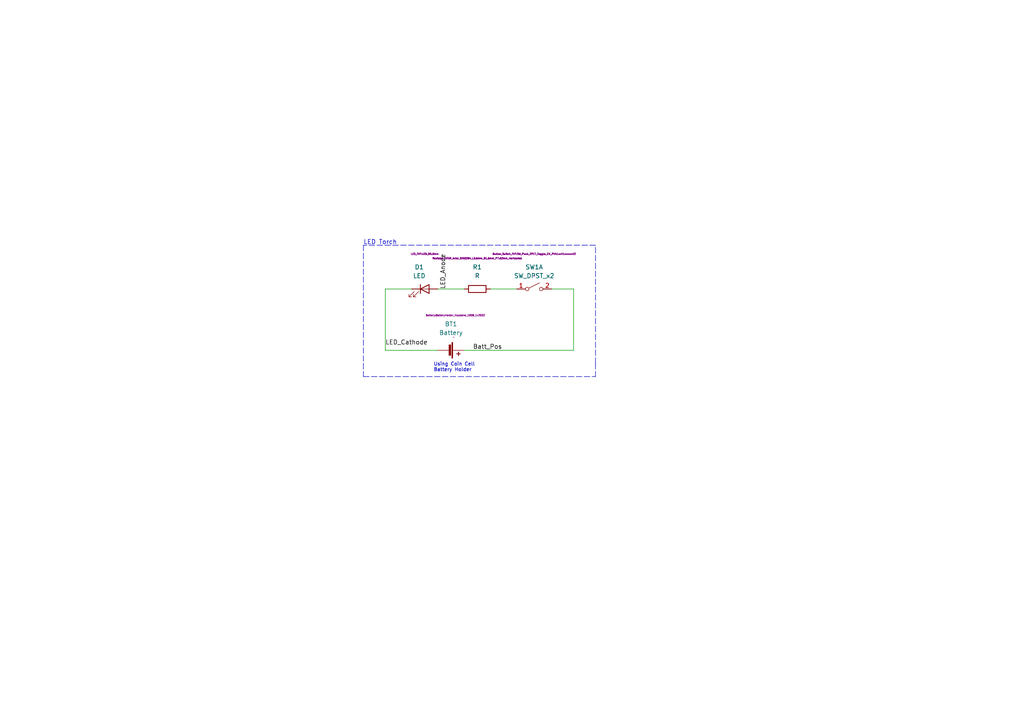
<source format=kicad_sch>
(kicad_sch (version 20211123) (generator eeschema)
  (paper "A4")
  (title_block (title "LED Torch") (date "2022-11-22") (rev "1/1") (comment 1 "Project 1 KiCad Like A Pro 3e") (comment 2 "Peter Sheldon"))
  (lib_symbols
    (symbol "Device:Battery_Cell" (pin_numbers hide) (pin_names (offset 0) hide)
      (property "Reference" "BT" (at 2.54 2.54 0))
      (property "Value" "Battery_Cell" (at 2.54 0 0))
      (symbol "Battery_Cell_0_1"
        (rectangle (start -2.286 1.778) (end 2.286 1.524) (fill (type outline)))
        (rectangle (start -1.5748 1.1938) (end 1.4732 0.6858) (fill (type outline)))
        (polyline (pts (xy 0 0.762) (xy 0 0)))
        (polyline (pts (xy 0 1.778) (xy 0 2.54)))
        (polyline (pts (xy 0.508 3.429) (xy 1.524 3.429)) (stroke (width 0.254)))
        (polyline (pts (xy 1.016 3.937) (xy 1.016 2.921)) (stroke (width 0.254)))
      )
      (symbol "Battery_Cell_1_1"
        (pin passive line (at 0 5.08 270) (length 2.54) (name "+") (number "1"))
        (pin passive line (at 0 -2.54 90) (length 2.54) (name "-") (number "2"))
      )
    )
    (symbol "Device:LED" (pin_numbers hide) (pin_names (offset 1.016) hide)
      (property "Reference" "D" (at 0 2.54 0))
      (property "Value" "LED" (at 0 -2.54 0))
      (symbol "LED_0_1"
        (polyline (pts (xy -1.27 -1.27) (xy -1.27 1.27)) (stroke (width 0.254)))
        (polyline (pts (xy -1.27 0) (xy 1.27 0)))
        (polyline (pts (xy 1.27 -1.27) (xy 1.27 1.27) (xy -1.27 0) (xy 1.27 -1.27)) (stroke (width 0.254)))
        (polyline (pts (xy -3.048 -0.762) (xy -4.572 -2.286) (xy -3.81 -2.286) (xy -4.572 -2.286) (xy -4.572 -1.524)))
        (polyline (pts (xy -1.778 -0.762) (xy -3.302 -2.286) (xy -2.54 -2.286) (xy -3.302 -2.286) (xy -3.302 -1.524)))
      )
      (symbol "LED_1_1"
        (pin passive line (at -3.81 0 0) (length 2.54) (name "K") (number "1"))
        (pin passive line (at 3.81 0 180) (length 2.54) (name "A") (number "2"))
      )
    )
    (symbol "Device:R" (pin_numbers hide) (pin_names (offset 0))
      (property "Reference" "R" (at 2.032 0 90))
      (property "Value" "R" (at 0 0 90))
      (symbol "R_0_1"
        (rectangle (start -1.016 -2.54) (end 1.016 2.54) (stroke (width 0.254)))
      )
      (symbol "R_1_1"
        (pin passive line (at 0 3.81 270) (length 1.27) (name "~") (number "1"))
        (pin passive line (at 0 -3.81 90) (length 1.27) (name "~") (number "2"))
      )
    )
    (symbol "Switch:SW_DPST_x2" (pin_names (offset 0) hide)
      (property "Reference" "SW" (at 0 3.175 0))
      (property "Value" "SW_DPST_x2" (at 0 -2.54 0))
      (symbol "SW_DPST_x2_0_0"
        (circle (center -2.032 0) (radius 0.508))
        (polyline (pts (xy -1.524 0.254) (xy 1.524 1.778)))
        (circle (center 2.032 0) (radius 0.508))
      )
      (symbol "SW_DPST_x2_1_1"
        (pin passive line (at -5.08 0 0) (length 2.54) (name "A") (number "1"))
        (pin passive line (at 5.08 0 180) (length 2.54) (name "B") (number "2"))
      )
      (symbol "SW_DPST_x2_2_1"
        (pin passive line (at -5.08 0 0) (length 2.54) (name "A") (number "3"))
        (pin passive line (at 5.08 0 180) (length 2.54) (name "B") (number "4"))
      )
    )
  )
  (polyline (pts (xy 172.72 105.41) (xy 172.72 71.12)))
  (wire (pts (xy 127 83.82) (xy 134.62 83.82)))
  (wire (pts (xy 111.76 101.6) (xy 111.76 83.82)))
  (wire (pts (xy 127 101.6) (xy 111.76 101.6)))
  (wire (pts (xy 160.02 83.82) (xy 166.37 83.82)))
  (wire (pts (xy 166.37 101.6) (xy 134.62 101.6)))
  (wire (pts (xy 142.24 83.82) (xy 149.86 83.82)))
  (polyline (pts (xy 172.72 71.12) (xy 105.41 71.12)))
  (polyline (pts (xy 172.72 105.41) (xy 172.72 109.22)))
  (wire (pts (xy 166.37 83.82) (xy 166.37 101.6)))
  (wire (pts (xy 111.76 83.82) (xy 119.38 83.82)))
  (polyline (pts (xy 105.41 105.41) (xy 105.41 109.22)))
  (polyline (pts (xy 105.41 109.22) (xy 172.72 109.22)))
  (polyline (pts (xy 105.41 71.12) (xy 105.41 105.41)))
  (text "Using Coin Cell \nBattery Holder" (at 125.73 107.95 0) (effects (font (size 1 1)) (justify left bottom)))
  (text "LED Torch" (at 105.41 71.12 0) (effects (font (size 1.27 1.27)) (justify left bottom)))
  (label "Batt_Pos" (at 137.16 101.6 0))
  (label "LED_Anode" (at 129.54 83.82 90))
  (label "LED_Cathode" (at 111.76 100.33 0))
  (symbol (lib_id "Device:LED") (at 123.19 83.82 0) (unit 1)
    (property "Reference" "D1" (at 121.6025 77.47 0))
    (property "Value" "LED" (at 121.6025 80.01 0))
    (property "Footprint" "LED_THT:LED_D5.0mm" (at 123.19 73.66 0) (effects (font (size 0.5 0.5))))
  )
  (symbol (lib_id "Device:R") (at 138.43 83.82 90) (unit 1)
    (property "Reference" "R1" (at 138.43 77.47 90))
    (property "Value" "R" (at 138.43 80.01 90))
    (property "Footprint" "Resistor_THT:R_Axial_DIN0204_L3.6mm_D1.6mm_P7.62mm_Horizontal" (at 138.43 74.93 90) (effects (font (size 0.5 0.5))))
    (property "Datasheet" "~" (at 138.43 80.01 90) (effects (font (size 0.5 0.5))))
  )
  (symbol (lib_id "Device:Battery_Cell") (at 129.54 101.6 270) (unit 1)
    (property "Reference" "BT1" (at 130.81 93.98 90))
    (property "Value" "Battery" (at 130.81 96.52 90))
    (property "Footprint" "Battery:BatteryHolder_Keystone_1058_1x2032" (at 132.08 91.44 90) (effects (font (size 0.5 0.5))))
    (property "Datasheet" "~" (at 131.572 97.79 90) (effects (font (size 0.5 0.5))))
  )
  (symbol (lib_id "Switch:SW_DPST_x2") (at 154.94 83.82 0) (unit 1)
    (property "Reference" "SW1" (at 154.94 77.47 0))
    (property "Value" "SW_DPST_x2" (at 154.94 80.01 0))
    (property "Footprint" "Button_Switch_THT:SW_Push_2P1T_Toggle_CK_PVA1xxH1xxxxxxV2" (at 154.94 73.66 0) (effects (font (size 0.5 0.5))))
    (property "Datasheet" "~" (at 154.94 80.01 0) (effects (font (size 0.5 0.5))))
  )
)
</source>
